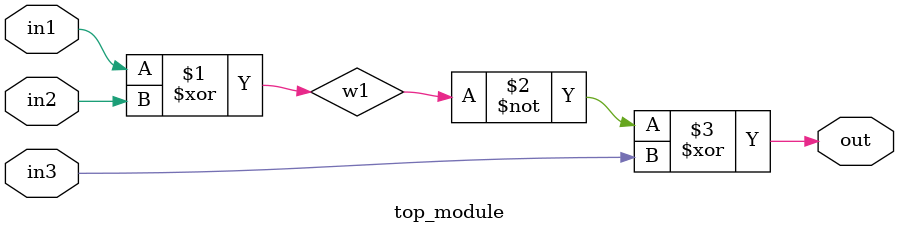
<source format=v>
module top_module (
    input in1,
    input in2,
    input in3,
    output out);
    wire w1;
    assign w1=in1^in2;
    assign out=~w1^in3;

endmodule

</source>
